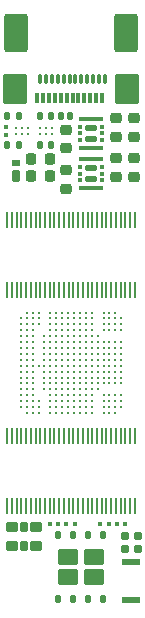
<source format=gbr>
%TF.GenerationSoftware,KiCad,Pcbnew,(5.99.0-10952-g410dbe17de)*%
%TF.CreationDate,2021-06-16T22:03:04+02:00*%
%TF.ProjectId,reDIP-64,72654449-502d-4363-942e-6b696361645f,0.2*%
%TF.SameCoordinates,PX594fc50PY8e9a590*%
%TF.FileFunction,Paste,Top*%
%TF.FilePolarity,Positive*%
%FSLAX46Y46*%
G04 Gerber Fmt 4.6, Leading zero omitted, Abs format (unit mm)*
G04 Created by KiCad (PCBNEW (5.99.0-10952-g410dbe17de)) date 2021-06-16 22:03:04*
%MOMM*%
%LPD*%
G01*
G04 APERTURE LIST*
G04 Aperture macros list*
%AMRoundRect*
0 Rectangle with rounded corners*
0 $1 Rounding radius*
0 $2 $3 $4 $5 $6 $7 $8 $9 X,Y pos of 4 corners*
0 Add a 4 corners polygon primitive as box body*
4,1,4,$2,$3,$4,$5,$6,$7,$8,$9,$2,$3,0*
0 Add four circle primitives for the rounded corners*
1,1,$1+$1,$2,$3*
1,1,$1+$1,$4,$5*
1,1,$1+$1,$6,$7*
1,1,$1+$1,$8,$9*
0 Add four rect primitives between the rounded corners*
20,1,$1+$1,$2,$3,$4,$5,0*
20,1,$1+$1,$4,$5,$6,$7,0*
20,1,$1+$1,$6,$7,$8,$9,0*
20,1,$1+$1,$8,$9,$2,$3,0*%
G04 Aperture macros list end*
%ADD10R,1.500000X0.550000*%
%ADD11RoundRect,0.250000X0.615000X-0.435000X0.615000X0.435000X-0.615000X0.435000X-0.615000X-0.435000X0*%
%ADD12RoundRect,0.125000X0.125000X-0.250000X0.125000X0.250000X-0.125000X0.250000X-0.125000X-0.250000X0*%
%ADD13RoundRect,0.050000X-0.050000X-0.650000X0.050000X-0.650000X0.050000X0.650000X-0.050000X0.650000X0*%
%ADD14RoundRect,0.050000X0.050000X0.650000X-0.050000X0.650000X-0.050000X-0.650000X0.050000X-0.650000X0*%
%ADD15RoundRect,0.218750X0.256250X-0.218750X0.256250X0.218750X-0.256250X0.218750X-0.256250X-0.218750X0*%
%ADD16RoundRect,0.218750X0.218750X0.256250X-0.218750X0.256250X-0.218750X-0.256250X0.218750X-0.256250X0*%
%ADD17RoundRect,0.225000X0.250000X-0.225000X0.250000X0.225000X-0.250000X0.225000X-0.250000X-0.225000X0*%
%ADD18RoundRect,0.225000X-0.250000X0.225000X-0.250000X-0.225000X0.250000X-0.225000X0.250000X0.225000X0*%
%ADD19RoundRect,0.079500X-0.100500X0.079500X-0.100500X-0.079500X0.100500X-0.079500X0.100500X0.079500X0*%
%ADD20C,0.250000*%
%ADD21RoundRect,0.140000X0.140000X0.170000X-0.140000X0.170000X-0.140000X-0.170000X0.140000X-0.170000X0*%
%ADD22RoundRect,0.070000X0.280000X-0.405000X0.280000X0.405000X-0.280000X0.405000X-0.280000X-0.405000X0*%
%ADD23RoundRect,0.055000X0.295000X-0.220000X0.295000X0.220000X-0.295000X0.220000X-0.295000X-0.220000X0*%
%ADD24RoundRect,0.050000X0.450000X-0.200000X0.450000X0.200000X-0.450000X0.200000X-0.450000X-0.200000X0*%
%ADD25RoundRect,0.030000X0.132500X-0.120000X0.132500X0.120000X-0.132500X0.120000X-0.132500X-0.120000X0*%
%ADD26RoundRect,0.035000X0.990000X-0.140000X0.990000X0.140000X-0.990000X0.140000X-0.990000X-0.140000X0*%
%ADD27RoundRect,0.079500X-0.079500X-0.100500X0.079500X-0.100500X0.079500X0.100500X-0.079500X0.100500X0*%
%ADD28RoundRect,0.079500X0.079500X0.100500X-0.079500X0.100500X-0.079500X-0.100500X0.079500X-0.100500X0*%
%ADD29RoundRect,0.140000X-0.140000X-0.170000X0.140000X-0.170000X0.140000X0.170000X-0.140000X0.170000X0*%
%ADD30RoundRect,0.047000X0.188000X0.253000X-0.188000X0.253000X-0.188000X-0.253000X0.188000X-0.253000X0*%
%ADD31RoundRect,0.200000X0.800000X1.100000X-0.800000X1.100000X-0.800000X-1.100000X0.800000X-1.100000X0*%
%ADD32RoundRect,0.200000X0.800000X1.400000X-0.800000X1.400000X-0.800000X-1.400000X0.800000X-1.400000X0*%
%ADD33RoundRect,0.067500X0.067500X0.382500X-0.067500X0.382500X-0.067500X-0.382500X0.067500X-0.382500X0*%
%ADD34RoundRect,0.067500X0.067500X0.332500X-0.067500X0.332500X-0.067500X-0.332500X0.067500X-0.332500X0*%
%ADD35RoundRect,0.060350X0.439650X0.364650X-0.439650X0.364650X-0.439650X-0.364650X0.439650X-0.364650X0*%
%ADD36RoundRect,0.060000X0.240000X0.365000X-0.240000X0.365000X-0.240000X-0.365000X0.240000X-0.365000X0*%
%ADD37RoundRect,0.140000X0.210000X-0.210000X0.210000X0.210000X-0.210000X0.210000X-0.210000X-0.210000X0*%
%ADD38C,0.240000*%
G04 APERTURE END LIST*
D10*
%TO.C,SW1*%
X19080000Y3965000D03*
X19080000Y715000D03*
%TD*%
D11*
%TO.C,U18*%
X13735000Y4360000D03*
X13735000Y2660000D03*
X15885000Y2660000D03*
X15885000Y4360000D03*
D12*
X12905000Y810000D03*
X14175000Y810000D03*
X15445000Y810000D03*
X16715000Y810000D03*
X16715000Y6210000D03*
X15445000Y6210000D03*
X14175000Y6210000D03*
X12905000Y6210000D03*
%TD*%
D13*
%TO.C,U14*%
X8570000Y8700000D03*
X8970000Y8700000D03*
X9370000Y8700000D03*
X9770000Y8700000D03*
X10170000Y8700000D03*
X10570000Y8700000D03*
X10970000Y8700000D03*
X11370000Y8700000D03*
X11770000Y8700000D03*
X12170000Y8700000D03*
X12570000Y8700000D03*
X12970000Y8700000D03*
X13370000Y8700000D03*
X13770000Y8700000D03*
X14170000Y8700000D03*
X14570000Y8700000D03*
X14970000Y8700000D03*
X15370000Y8700000D03*
X15770000Y8700000D03*
X16170000Y8700000D03*
X16570000Y8700000D03*
X16970000Y8700000D03*
X17370000Y8700000D03*
X17770000Y8700000D03*
X18170000Y8700000D03*
X18570000Y8700000D03*
X18970000Y8700000D03*
X19370000Y8700000D03*
X19370000Y14600000D03*
X18970000Y14600000D03*
X18570000Y14600000D03*
X18170000Y14600000D03*
X17770000Y14600000D03*
X17370000Y14600000D03*
X16970000Y14600000D03*
X16570000Y14600000D03*
X16170000Y14600000D03*
X15770000Y14600000D03*
X15370000Y14600000D03*
X14970000Y14600000D03*
X14570000Y14600000D03*
X14170000Y14600000D03*
X13770000Y14600000D03*
X13370000Y14600000D03*
X12970000Y14600000D03*
X12570000Y14600000D03*
X12170000Y14600000D03*
X11770000Y14600000D03*
X11370000Y14600000D03*
X10970000Y14600000D03*
X10570000Y14600000D03*
X10170000Y14600000D03*
X9770000Y14600000D03*
X9370000Y14600000D03*
X8970000Y14600000D03*
X8570000Y14600000D03*
%TD*%
D14*
%TO.C,U13*%
X19370000Y32900000D03*
X18970000Y32900000D03*
X18570000Y32900000D03*
X18170000Y32900000D03*
X17770000Y32900000D03*
X17370000Y32900000D03*
X16970000Y32900000D03*
X16570000Y32900000D03*
X16170000Y32900000D03*
X15770000Y32900000D03*
X15370000Y32900000D03*
X14970000Y32900000D03*
X14570000Y32900000D03*
X14170000Y32900000D03*
X13770000Y32900000D03*
X13370000Y32900000D03*
X12970000Y32900000D03*
X12570000Y32900000D03*
X12170000Y32900000D03*
X11770000Y32900000D03*
X11370000Y32900000D03*
X10970000Y32900000D03*
X10570000Y32900000D03*
X10170000Y32900000D03*
X9770000Y32900000D03*
X9370000Y32900000D03*
X8970000Y32900000D03*
X8570000Y32900000D03*
X8570000Y27000000D03*
X8970000Y27000000D03*
X9370000Y27000000D03*
X9770000Y27000000D03*
X10170000Y27000000D03*
X10570000Y27000000D03*
X10970000Y27000000D03*
X11370000Y27000000D03*
X11770000Y27000000D03*
X12170000Y27000000D03*
X12570000Y27000000D03*
X12970000Y27000000D03*
X13370000Y27000000D03*
X13770000Y27000000D03*
X14170000Y27000000D03*
X14570000Y27000000D03*
X14970000Y27000000D03*
X15370000Y27000000D03*
X15770000Y27000000D03*
X16170000Y27000000D03*
X16570000Y27000000D03*
X16970000Y27000000D03*
X17370000Y27000000D03*
X17770000Y27000000D03*
X18170000Y27000000D03*
X18570000Y27000000D03*
X18970000Y27000000D03*
X19370000Y27000000D03*
%TD*%
D15*
%TO.C,FB4*%
X19270000Y36532500D03*
X19270000Y38107500D03*
%TD*%
D16*
%TO.C,FB1*%
X12157500Y38050000D03*
X10582500Y38050000D03*
%TD*%
%TO.C,FB2*%
X12157500Y36590000D03*
X10582500Y36590000D03*
%TD*%
D15*
%TO.C,FB3*%
X19260000Y39932500D03*
X19260000Y41507500D03*
%TD*%
D17*
%TO.C,C33*%
X13580000Y35545000D03*
X13580000Y37095000D03*
%TD*%
D18*
%TO.C,C35*%
X17800000Y38095000D03*
X17800000Y36545000D03*
%TD*%
%TO.C,C34*%
X17800000Y41495000D03*
X17800000Y39945000D03*
%TD*%
D19*
%TO.C,R15*%
X8500000Y40105000D03*
X8500000Y40795000D03*
%TD*%
D20*
%TO.C,U6*%
X11350000Y40200000D03*
X11350000Y40700000D03*
X11850000Y40200000D03*
X11850000Y40700000D03*
X12350000Y40200000D03*
X12350000Y40700000D03*
%TD*%
D21*
%TO.C,C19*%
X9540000Y39240000D03*
X8580000Y39240000D03*
%TD*%
D22*
%TO.C,D4*%
X9290000Y36645000D03*
D23*
X9290000Y37695000D03*
%TD*%
D24*
%TO.C,U8*%
X15690000Y40670000D03*
X15690000Y39770000D03*
D25*
X16627500Y39670000D03*
X16627500Y40220000D03*
X16627500Y40770000D03*
X14752500Y40770000D03*
X14752500Y40220000D03*
X14752500Y39670000D03*
D26*
X15690000Y38970000D03*
X15690000Y41470000D03*
%TD*%
D24*
%TO.C,U9*%
X15690000Y36370000D03*
X15690000Y37270000D03*
D25*
X16627500Y36270000D03*
X16627500Y36820000D03*
X16627500Y37370000D03*
X14752500Y37370000D03*
X14752500Y36820000D03*
X14752500Y36270000D03*
D26*
X15690000Y35570000D03*
X15690000Y38070000D03*
%TD*%
D21*
%TO.C,C12*%
X9550000Y41660000D03*
X8590000Y41660000D03*
%TD*%
D20*
%TO.C,U7*%
X10350000Y40700000D03*
X10350000Y40200000D03*
X9850000Y40700000D03*
X9850000Y40200000D03*
X9350000Y40700000D03*
X9350000Y40200000D03*
%TD*%
D27*
%TO.C,C11*%
X12875000Y7180000D03*
X12185000Y7180000D03*
%TD*%
%TO.C,C56*%
X14275000Y7180000D03*
X13585000Y7180000D03*
%TD*%
D28*
%TO.C,R17*%
X16465000Y7180000D03*
X17155000Y7180000D03*
%TD*%
D29*
%TO.C,C18*%
X11320000Y39240000D03*
X12280000Y39240000D03*
%TD*%
%TO.C,C13*%
X11320000Y41660000D03*
X12280000Y41660000D03*
%TD*%
D30*
%TO.C,D1*%
X13875000Y41700000D03*
X13145000Y41700000D03*
%TD*%
D31*
%TO.C,J1*%
X18690000Y44000000D03*
D32*
X9310000Y48700000D03*
D31*
X9250000Y44000000D03*
D32*
X18630000Y48700000D03*
D33*
X16595000Y43250000D03*
X16095000Y43250000D03*
X15595000Y43250000D03*
X15095000Y43250000D03*
X14595000Y43250000D03*
X14095000Y43250000D03*
X13595000Y43250000D03*
X13095000Y43250000D03*
X12595000Y43250000D03*
X12095000Y43250000D03*
X11595000Y43250000D03*
X11095000Y43250000D03*
D34*
X11345000Y44850000D03*
X11845000Y44850000D03*
X12345000Y44850000D03*
X12845000Y44850000D03*
X13345000Y44850000D03*
X13845000Y44850000D03*
X14345000Y44850000D03*
X14845000Y44850000D03*
X15345000Y44850000D03*
X15845000Y44850000D03*
X16345000Y44850000D03*
X16845000Y44850000D03*
%TD*%
D35*
%TO.C,U5*%
X11030000Y6920000D03*
D36*
X9980000Y6920000D03*
D35*
X8930000Y6920000D03*
X8930000Y5320000D03*
D36*
X9980000Y5320000D03*
D35*
X11030000Y5320000D03*
%TD*%
D17*
%TO.C,C32*%
X13580000Y38945000D03*
X13580000Y40495000D03*
%TD*%
D28*
%TO.C,C54*%
X17865000Y7180000D03*
X18555000Y7180000D03*
%TD*%
D37*
%TO.C,D5*%
X18530000Y5040000D03*
X18530000Y6140000D03*
X19630000Y6140000D03*
X19630000Y5040000D03*
%TD*%
D38*
%TO.C,U4*%
X18220000Y24550000D03*
X18220000Y24050000D03*
X18220000Y23550000D03*
X18220000Y22550000D03*
X18220000Y22050000D03*
X18220000Y21550000D03*
X18220000Y21050000D03*
X18220000Y20550000D03*
X18220000Y20050000D03*
X18220000Y19550000D03*
X18220000Y19050000D03*
X18220000Y18050000D03*
X18220000Y17550000D03*
X18220000Y17050000D03*
X17720000Y25050000D03*
X17720000Y24550000D03*
X17720000Y24050000D03*
X17720000Y23550000D03*
X17720000Y22550000D03*
X17720000Y22050000D03*
X17720000Y21550000D03*
X17720000Y21050000D03*
X17720000Y20550000D03*
X17720000Y20050000D03*
X17720000Y19550000D03*
X17720000Y19050000D03*
X17720000Y18050000D03*
X17720000Y17550000D03*
X17720000Y17050000D03*
X17720000Y16550000D03*
X17220000Y25050000D03*
X17220000Y24550000D03*
X17220000Y24050000D03*
X17220000Y23550000D03*
X17220000Y22550000D03*
X17220000Y22050000D03*
X17220000Y21550000D03*
X17220000Y21050000D03*
X17220000Y20550000D03*
X17220000Y20050000D03*
X17220000Y19550000D03*
X17220000Y19050000D03*
X17220000Y18050000D03*
X17220000Y17550000D03*
X17220000Y17050000D03*
X17220000Y16550000D03*
X16720000Y25050000D03*
X16720000Y24550000D03*
X16720000Y24050000D03*
X16720000Y23550000D03*
X16720000Y22550000D03*
X16720000Y22050000D03*
X16720000Y21550000D03*
X16720000Y21050000D03*
X16720000Y20550000D03*
X16720000Y20050000D03*
X16720000Y19550000D03*
X16720000Y19050000D03*
X16720000Y18050000D03*
X16720000Y17550000D03*
X16720000Y17050000D03*
X16720000Y16550000D03*
X16220000Y23050000D03*
X16220000Y22550000D03*
X16220000Y22050000D03*
X16220000Y21550000D03*
X16220000Y21050000D03*
X16220000Y20550000D03*
X16220000Y20050000D03*
X16220000Y19550000D03*
X16220000Y19050000D03*
X16220000Y18550000D03*
X15720000Y25050000D03*
X15720000Y24550000D03*
X15720000Y24050000D03*
X15720000Y23550000D03*
X15720000Y23050000D03*
X15720000Y22550000D03*
X15720000Y22050000D03*
X15720000Y21550000D03*
X15720000Y21050000D03*
X15720000Y20550000D03*
X15720000Y20050000D03*
X15720000Y19550000D03*
X15720000Y19050000D03*
X15720000Y18550000D03*
X15720000Y18050000D03*
X15720000Y17550000D03*
X15720000Y17050000D03*
X15720000Y16550000D03*
X15220000Y25050000D03*
X15220000Y24550000D03*
X15220000Y24050000D03*
X15220000Y23550000D03*
X15220000Y23050000D03*
X15220000Y22550000D03*
X15220000Y22050000D03*
X15220000Y21550000D03*
X15220000Y21050000D03*
X15220000Y20550000D03*
X15220000Y20050000D03*
X15220000Y19550000D03*
X15220000Y19050000D03*
X15220000Y18550000D03*
X15220000Y18050000D03*
X15220000Y17550000D03*
X15220000Y17050000D03*
X15220000Y16550000D03*
X14720000Y25050000D03*
X14720000Y24550000D03*
X14720000Y24050000D03*
X14720000Y23550000D03*
X14720000Y23050000D03*
X14720000Y22550000D03*
X14720000Y22050000D03*
X14720000Y21550000D03*
X14720000Y21050000D03*
X14720000Y20550000D03*
X14720000Y20050000D03*
X14720000Y19550000D03*
X14720000Y19050000D03*
X14720000Y18550000D03*
X14720000Y18050000D03*
X14720000Y17550000D03*
X14720000Y17050000D03*
X14720000Y16550000D03*
X14220000Y25050000D03*
X14220000Y24550000D03*
X14220000Y24050000D03*
X14220000Y23550000D03*
X14220000Y23050000D03*
X14220000Y22550000D03*
X14220000Y22050000D03*
X14220000Y21550000D03*
X14220000Y21050000D03*
X14220000Y20550000D03*
X14220000Y20050000D03*
X14220000Y19550000D03*
X14220000Y19050000D03*
X14220000Y18550000D03*
X14220000Y18050000D03*
X14220000Y17550000D03*
X14220000Y17050000D03*
X14220000Y16550000D03*
X13720000Y25050000D03*
X13720000Y24550000D03*
X13720000Y24050000D03*
X13720000Y23550000D03*
X13720000Y23050000D03*
X13720000Y22550000D03*
X13720000Y22050000D03*
X13720000Y21550000D03*
X13720000Y21050000D03*
X13720000Y20550000D03*
X13720000Y20050000D03*
X13720000Y19550000D03*
X13720000Y19050000D03*
X13720000Y18550000D03*
X13720000Y18050000D03*
X13720000Y17550000D03*
X13720000Y17050000D03*
X13720000Y16550000D03*
X13220000Y25050000D03*
X13220000Y24550000D03*
X13220000Y24050000D03*
X13220000Y23550000D03*
X13220000Y23050000D03*
X13220000Y22550000D03*
X13220000Y22050000D03*
X13220000Y21550000D03*
X13220000Y21050000D03*
X13220000Y20550000D03*
X13220000Y20050000D03*
X13220000Y19550000D03*
X13220000Y19050000D03*
X13220000Y18550000D03*
X13220000Y18050000D03*
X13220000Y17550000D03*
X13220000Y17050000D03*
X13220000Y16550000D03*
X12720000Y25050000D03*
X12720000Y24550000D03*
X12720000Y24050000D03*
X12720000Y23550000D03*
X12720000Y23050000D03*
X12720000Y22550000D03*
X12720000Y22050000D03*
X12720000Y21550000D03*
X12720000Y21050000D03*
X12720000Y20550000D03*
X12720000Y20050000D03*
X12720000Y19550000D03*
X12720000Y19050000D03*
X12720000Y18550000D03*
X12720000Y18050000D03*
X12720000Y17550000D03*
X12720000Y17050000D03*
X12720000Y16550000D03*
X12220000Y25050000D03*
X12220000Y24550000D03*
X12220000Y24050000D03*
X12220000Y23550000D03*
X12220000Y23050000D03*
X12220000Y22550000D03*
X12220000Y22050000D03*
X12220000Y21550000D03*
X12220000Y21050000D03*
X12220000Y20550000D03*
X12220000Y20050000D03*
X12220000Y19550000D03*
X12220000Y19050000D03*
X12220000Y18550000D03*
X12220000Y18050000D03*
X12220000Y17550000D03*
X12220000Y17050000D03*
X12220000Y16550000D03*
X11720000Y23050000D03*
X11720000Y22550000D03*
X11720000Y22050000D03*
X11720000Y21550000D03*
X11720000Y21050000D03*
X11720000Y20550000D03*
X11720000Y20050000D03*
X11720000Y19550000D03*
X11720000Y19050000D03*
X11720000Y18550000D03*
X11220000Y25050000D03*
X11220000Y24550000D03*
X11220000Y24050000D03*
X11220000Y20550000D03*
X11220000Y17550000D03*
X11220000Y17050000D03*
X11220000Y16550000D03*
X10720000Y25050000D03*
X10720000Y24550000D03*
X10720000Y24050000D03*
X10720000Y23550000D03*
X10720000Y23050000D03*
X10720000Y22550000D03*
X10720000Y22050000D03*
X10720000Y21550000D03*
X10720000Y21050000D03*
X10720000Y20550000D03*
X10720000Y20050000D03*
X10720000Y19550000D03*
X10720000Y19050000D03*
X10720000Y18550000D03*
X10720000Y18050000D03*
X10720000Y17550000D03*
X10720000Y17050000D03*
X10720000Y16550000D03*
X10220000Y25050000D03*
X10220000Y24550000D03*
X10220000Y24050000D03*
X10220000Y23550000D03*
X10220000Y23050000D03*
X10220000Y22550000D03*
X10220000Y22050000D03*
X10220000Y21550000D03*
X10220000Y21050000D03*
X10220000Y20550000D03*
X10220000Y20050000D03*
X10220000Y19550000D03*
X10220000Y19050000D03*
X10220000Y18550000D03*
X10220000Y18050000D03*
X10220000Y17550000D03*
X10220000Y17050000D03*
X10220000Y16550000D03*
X9720000Y24550000D03*
X9720000Y24050000D03*
X9720000Y23550000D03*
X9720000Y23050000D03*
X9720000Y22550000D03*
X9720000Y22050000D03*
X9720000Y21550000D03*
X9720000Y21050000D03*
X9720000Y20550000D03*
X9720000Y20050000D03*
X9720000Y19550000D03*
X9720000Y19050000D03*
X9720000Y18550000D03*
X9720000Y18050000D03*
X9720000Y17550000D03*
X9720000Y17050000D03*
%TD*%
M02*

</source>
